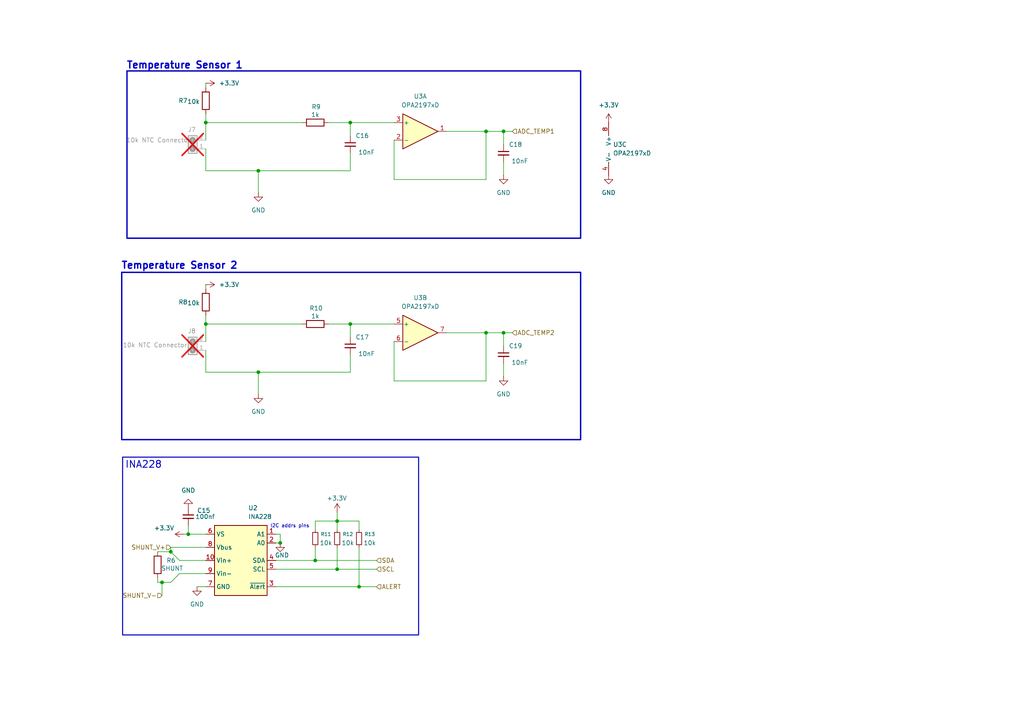
<source format=kicad_sch>
(kicad_sch (version 20250114) (generator "eeschema") (generator_version "9.0")
  (paper "A4")
  (title_block (title "Mini Power Logger") (date "2025-11-06") (rev "V0.1") (company "Mergened") (comment 1 "oesen@mergened.com") (comment 2 "Designed by: Oğuzhan EŞEN"))
  (lib_symbols
    (symbol "691311500102:691311500102" (pin_names (offset 1.016))
      (property "Reference" "J" (at -4.99 -1.205 0))
      (symbol "691311500102_0_0"
        (rectangle (start -3.81 -2.54) (end 1.27 0) (stroke (width 0.254)) (fill (type background)))
        (circle (center -2.54 -1.27) (radius 0.254) (stroke (width 0.635)))
        (polyline (pts (xy -2.54 -1.27) (xy -2.54 -2.54)) (stroke (width 0.254)))
        (polyline (pts (xy 0 -1.27) (xy 0 -2.54)) (stroke (width 0.254)))
        (circle (center 0 -1.27) (radius 0.254) (stroke (width 0.635)))
        (pin passive line (at -2.54 -5.08 90) (length 2.54) (name "~") (number "1"))
        (pin passive line (at 0 -5.08 90) (length 2.54) (name "~") (number "2"))
      )
    )
    (symbol "Amplifier_Operational:OPA2197xD" (pin_names (offset 0.127))
      (property "Reference" "U" (at 2.54 6.35 0))
      (property "Value" "OPA2197xD" (at 2.54 3.81 0))
      (symbol "OPA2197xD_1_1"
        (polyline (pts (xy 5.08 0) (xy -5.08 5.08) (xy -5.08 -5.08) (xy 5.08 0)) (stroke (width 0.254)) (fill (type background)))
        (pin input line (at -7.62 2.54 0) (length 2.54) (name "+") (number "3"))
        (pin input line (at -7.62 -2.54 0) (length 2.54) (name "-") (number "2"))
        (pin output line (at 7.62 0 180) (length 2.54) (name "~") (number "1"))
      )
      (symbol "OPA2197xD_2_1"
        (polyline (pts (xy 5.08 0) (xy -5.08 5.08) (xy -5.08 -5.08) (xy 5.08 0)) (stroke (width 0.254)) (fill (type background)))
        (pin input line (at -7.62 2.54 0) (length 2.54) (name "+") (number "5"))
        (pin input line (at -7.62 -2.54 0) (length 2.54) (name "-") (number "6"))
        (pin output line (at 7.62 0 180) (length 2.54) (name "~") (number "7"))
      )
      (symbol "OPA2197xD_3_1"
        (pin power_in line (at 0 7.62 270) (length 3.81) (name "V+") (number "8"))
        (pin power_in line (at 0 -7.62 90) (length 3.81) (name "V-") (number "4"))
      )
    )
    (symbol "Device:C_Small" (pin_numbers (hide yes)) (pin_names (offset 0.254) (hide yes))
      (property "Reference" "C" (at 0.254 1.778 0))
      (property "Value" "C_Small" (at 0.254 -2.032 0))
      (symbol "C_Small_0_1"
        (polyline (pts (xy -1.524 0.508) (xy 1.524 0.508)) (stroke (width 0.3048)))
        (polyline (pts (xy -1.524 -0.508) (xy 1.524 -0.508)) (stroke (width 0.3302)))
      )
      (symbol "C_Small_1_1"
        (pin passive line (at 0 2.54 270) (length 2.032) (name "~") (number "1"))
        (pin passive line (at 0 -2.54 90) (length 2.032) (name "~") (number "2"))
      )
    )
    (symbol "Device:R" (pin_numbers (hide yes)) (pin_names (offset 0))
      (property "Reference" "R" (at 2.032 0 90))
      (property "Value" "R" (at 0 0 90))
      (symbol "R_0_1"
        (rectangle (start -1.016 -2.54) (end 1.016 2.54) (stroke (width 0.254)))
      )
      (symbol "R_1_1"
        (pin passive line (at 0 3.81 270) (length 1.27) (name "~") (number "1"))
        (pin passive line (at 0 -3.81 90) (length 1.27) (name "~") (number "2"))
      )
    )
    (symbol "Device:R_Small" (pin_numbers (hide yes)) (pin_names (offset 0.254) (hide yes))
      (property "Reference" "R" (at 0 0 90))
      (property "Value" "R_Small" (at 1.778 0 90))
      (symbol "R_Small_0_1"
        (rectangle (start -0.762 1.778) (end 0.762 -1.778) (stroke (width 0.2032)))
      )
      (symbol "R_Small_1_1"
        (pin passive line (at 0 2.54 270) (length 0.762) (name "~") (number "1"))
        (pin passive line (at 0 -2.54 90) (length 0.762) (name "~") (number "2"))
      )
    )
    (symbol "Sensor_Energy:INA228"
      (property "Reference" "U1" (at 2.1433 15.24 0))
      (property "Value" "INA228" (at 2.1433 12.7 0))
      (symbol "INA228_0_1"
        (rectangle (start 7.62 10.16) (end -7.62 -10.16) (stroke (width 0.254)) (fill (type background)))
      )
      (symbol "INA228_1_1"
        (pin power_in line (at -10.16 7.62 0) (length 2.54) (name "VS") (number "6"))
        (pin input line (at -10.16 3.81 0) (length 2.54) (name "Vbus") (number "8"))
        (pin input line (at -10.16 0 0) (length 2.54) (name "Vin+") (number "10"))
        (pin input line (at -10.16 -3.81 0) (length 2.54) (name "Vin-") (number "9"))
        (pin power_in line (at -10.16 -7.62 0) (length 2.54) (name "GND") (number "7"))
        (pin input line (at 10.16 7.62 180) (length 2.54) (name "A1") (number "1"))
        (pin input line (at 10.16 5.08 180) (length 2.54) (name "A0") (number "2"))
        (pin bidirectional line (at 10.16 0 180) (length 2.54) (name "SDA") (number "4"))
        (pin input line (at 10.16 -2.54 180) (length 2.54) (name "SCL") (number "5"))
        (pin open_collector line (at 10.16 -7.62 180) (length 2.54) (name "~{Alert}") (number "3"))
      )
    )
    (symbol "power:+3.3V" (power) (pin_numbers (hide yes)) (pin_names (offset 0) (hide yes))
      (property "Value" "+3.3V" (at 0 3.556 0))
      (symbol "+3.3V_0_1"
        (polyline (pts (xy -0.762 1.27) (xy 0 2.54)))
        (polyline (pts (xy 0 2.54) (xy 0.762 1.27)))
        (polyline (pts (xy 0 0) (xy 0 2.54)))
      )
      (symbol "+3.3V_1_1"
        (pin power_in line (at 0 0 90) (length 0) (name "~") (number "1"))
      )
    )
    (symbol "power:GND" (power) (pin_numbers (hide yes)) (pin_names (offset 0) (hide yes))
      (property "Value" "GND" (at 0 -3.81 0))
      (symbol "GND_0_1"
        (polyline (pts (xy 0 0) (xy 0 -1.27) (xy 1.27 -1.27) (xy 0 -2.54) (xy -1.27 -1.27) (xy 0 -1.27)))
      )
      (symbol "GND_1_1"
        (pin power_in line (at 0 0 270) (length 0) (name "~") (number "1"))
      )
    )
  )
  (rectangle (start 35.306 78.994) (end 168.402 127.508) (stroke (width 0.4)))
  (rectangle (start 36.83 20.574) (end 168.402 69.088) (stroke (width 0.4)))
  (rectangle (start 35.56 132.588) (end 121.412 184.15) (stroke (width 0.3)))
  (text "I2C addrs pins\n" (at 84.074 152.654 0) (effects (font (size 1 1))))
  (text "Temperature Sensor 2\n " (at 52.07 78.74 0) (effects (font (size 2 2) (thickness 0.4) (bold yes))))
  (text "Temperature Sensor 1\n" (at 53.594 19.05 0) (effects (font (size 2 2) (thickness 0.4) (bold yes))))
  (text "INA228" (at 41.656 134.874 0) (effects (font (size 2 2) (thickness 0.254) (bold yes))))
  (junction (at 59.69 93.98))
  (junction (at 74.93 107.95))
  (junction (at 81.28 157.48))
  (junction (at 97.79 165.1))
  (junction (at 59.69 35.56))
  (junction (at 49.53 160.02))
  (junction (at 101.6 35.56))
  (junction (at 97.79 151.13))
  (junction (at 91.44 162.56))
  (junction (at 54.61 154.94))
  (junction (at 101.6 93.98))
  (junction (at 146.05 38.1))
  (junction (at 140.97 96.52))
  (junction (at 74.93 49.53))
  (junction (at 46.99 168.91))
  (junction (at 146.05 96.52))
  (junction (at 140.97 38.1))
  (junction (at 104.14 170.18))
  (wire (pts (xy 104.14 170.18) (xy 80.01 170.18)))
  (wire (pts (xy 59.69 101.6) (xy 59.69 107.95)))
  (wire (pts (xy 101.6 93.98) (xy 101.6 97.79)))
  (wire (pts (xy 59.69 158.75) (xy 49.53 158.75)))
  (wire (pts (xy 104.14 170.18) (xy 109.22 170.18)))
  (wire (pts (xy 97.79 151.13) (xy 104.14 151.13)))
  (wire (pts (xy 146.05 41.91) (xy 146.05 38.1)))
  (wire (pts (xy 57.15 170.18) (xy 59.69 170.18)))
  (wire (pts (xy 59.69 93.98) (xy 59.69 91.44)))
  (wire (pts (xy 52.07 166.37) (xy 59.69 166.37)))
  (wire (pts (xy 91.44 151.13) (xy 97.79 151.13)))
  (wire (pts (xy 114.3 99.06) (xy 114.3 110.49)))
  (wire (pts (xy 114.3 52.07) (xy 140.97 52.07)))
  (wire (pts (xy 101.6 35.56) (xy 114.3 35.56)))
  (wire (pts (xy 80.01 154.94) (xy 81.28 154.94)))
  (wire (pts (xy 52.07 162.56) (xy 49.53 160.02)))
  (wire (pts (xy 104.14 153.67) (xy 104.14 151.13)))
  (wire (pts (xy 46.99 168.91) (xy 49.53 168.91)))
  (wire (pts (xy 45.72 160.02) (xy 49.53 160.02)))
  (wire (pts (xy 95.25 35.56) (xy 101.6 35.56)))
  (wire (pts (xy 114.3 110.49) (xy 140.97 110.49)))
  (wire (pts (xy 74.93 107.95) (xy 101.6 107.95)))
  (wire (pts (xy 91.44 158.75) (xy 91.44 162.56)))
  (wire (pts (xy 46.99 168.91) (xy 45.72 168.91)))
  (wire (pts (xy 59.69 24.13) (xy 59.69 25.4)))
  (wire (pts (xy 146.05 100.33) (xy 146.05 96.52)))
  (wire (pts (xy 91.44 162.56) (xy 109.22 162.56)))
  (wire (pts (xy 45.72 168.91) (xy 45.72 167.64)))
  (wire (pts (xy 74.93 49.53) (xy 74.93 55.88)))
  (wire (pts (xy 97.79 151.13) (xy 97.79 153.67)))
  (wire (pts (xy 59.69 35.56) (xy 87.63 35.56)))
  (wire (pts (xy 74.93 49.53) (xy 101.6 49.53)))
  (wire (pts (xy 101.6 93.98) (xy 114.3 93.98)))
  (wire (pts (xy 114.3 40.64) (xy 114.3 52.07)))
  (wire (pts (xy 49.53 158.75) (xy 49.53 160.02)))
  (wire (pts (xy 101.6 44.45) (xy 101.6 49.53)))
  (wire (pts (xy 140.97 52.07) (xy 140.97 38.1)))
  (wire (pts (xy 140.97 38.1) (xy 146.05 38.1)))
  (wire (pts (xy 59.69 93.98) (xy 87.63 93.98)))
  (wire (pts (xy 59.69 154.94) (xy 54.61 154.94)))
  (wire (pts (xy 81.28 157.48) (xy 81.28 154.94)))
  (wire (pts (xy 59.69 35.56) (xy 59.69 40.64)))
  (wire (pts (xy 101.6 35.56) (xy 101.6 39.37)))
  (wire (pts (xy 101.6 102.87) (xy 101.6 107.95)))
  (wire (pts (xy 97.79 165.1) (xy 80.01 165.1)))
  (wire (pts (xy 59.69 82.55) (xy 59.69 83.82)))
  (wire (pts (xy 91.44 162.56) (xy 80.01 162.56)))
  (wire (pts (xy 59.69 107.95) (xy 74.93 107.95)))
  (wire (pts (xy 53.34 154.94) (xy 54.61 154.94)))
  (wire (pts (xy 52.07 166.37) (xy 49.53 168.91)))
  (wire (pts (xy 52.07 162.56) (xy 59.69 162.56)))
  (wire (pts (xy 97.79 158.75) (xy 97.79 165.1)))
  (wire (pts (xy 59.69 49.53) (xy 74.93 49.53)))
  (wire (pts (xy 46.99 168.91) (xy 46.99 172.72)))
  (wire (pts (xy 104.14 158.75) (xy 104.14 170.18)))
  (wire (pts (xy 146.05 96.52) (xy 148.59 96.52)))
  (wire (pts (xy 146.05 105.41) (xy 146.05 109.22)))
  (wire (pts (xy 80.01 157.48) (xy 81.28 157.48)))
  (wire (pts (xy 97.79 165.1) (xy 109.22 165.1)))
  (wire (pts (xy 59.69 93.98) (xy 59.69 99.06)))
  (wire (pts (xy 97.79 148.59) (xy 97.79 151.13)))
  (wire (pts (xy 59.69 35.56) (xy 59.69 33.02)))
  (wire (pts (xy 146.05 38.1) (xy 148.59 38.1)))
  (wire (pts (xy 140.97 96.52) (xy 129.54 96.52)))
  (wire (pts (xy 59.69 43.18) (xy 59.69 49.53)))
  (wire (pts (xy 95.25 93.98) (xy 101.6 93.98)))
  (wire (pts (xy 140.97 96.52) (xy 146.05 96.52)))
  (wire (pts (xy 74.93 107.95) (xy 74.93 114.3)))
  (wire (pts (xy 146.05 46.99) (xy 146.05 50.8)))
  (wire (pts (xy 54.61 154.94) (xy 54.61 152.4)))
  (wire (pts (xy 140.97 38.1) (xy 129.54 38.1)))
  (wire (pts (xy 91.44 153.67) (xy 91.44 151.13)))
  (wire (pts (xy 140.97 110.49) (xy 140.97 96.52)))
  (hierarchical_label "SHUNT_V+" (shape input) (at 49.53 158.75 180))
  (hierarchical_label "ALERT" (shape input) (at 109.22 170.18 0))
  (hierarchical_label "ADC_TEMP1" (shape input) (at 148.59 38.1 0))
  (hierarchical_label "SCL" (shape input) (at 109.22 165.1 0))
  (hierarchical_label "ADC_TEMP2" (shape input) (at 148.59 96.52 0))
  (hierarchical_label "SHUNT_V-" (shape input) (at 46.99 172.72 180))
  (hierarchical_label "SDA" (shape input) (at 109.22 162.56 0))
  (symbol (lib_id "Device:R") (at 91.44 93.98 90) (unit 1)
    (property "Reference" "R10" (at 91.694 89.408 90))
    (property "Value" "1k" (at 91.44 91.694 90))
    (property "Footprint" "Resistor_SMD:R_0603_1608Metric" (effects (hide yes)))
    (property "Description" "Resistor" (effects (hide yes)))
    (property "OZDISAN" "CRT03F7E1001" (effects (hide yes)))
    (property "özdisan" "CRT03F7E1001" (effects (hide yes)))
  )
  (symbol (lib_id "Amplifier_Operational:OPA2197xD") (at 121.92 96.52 0) (unit 2)
    (property "Reference" "U3" (at 121.92 86.36 0))
    (property "Value" "OPA2197xD" (at 121.92 88.9 0))
    (property "Footprint" "Package_SO:SOIC-8_3.9x4.9mm_P1.27mm" (effects (hide yes)))
    (property "Datasheet" "http://www.ti.com/lit/ds/symlink/opa2197.pdf" (effects (hide yes)))
    (property "Description" "Dual 36V, Precision, Rail-to-Rail Input/Output, Low Offset Voltage, Operational Amplifier, SOIC-8" (effects (hide yes)))
    (property "özdisan" "OPA2197IDR" (effects (hide yes)))
  )
  (symbol (lib_id "power:GND") (at 176.53 50.8 0) (unit 1)
    (property "Reference" "#PWR044" (effects (hide yes)))
    (property "Value" "GND" (at 176.53 55.88 0))
    (property "Description" "Power symbol creates a global label with name \"GND\" , ground" (effects (hide yes)))
  )
  (symbol (lib_id "Device:R") (at 91.44 35.56 90) (unit 1)
    (property "Reference" "R9" (at 91.694 30.988 90))
    (property "Value" "1k" (at 91.44 33.274 90))
    (property "Footprint" "Resistor_SMD:R_0603_1608Metric" (effects (hide yes)))
    (property "Description" "Resistor" (effects (hide yes)))
    (property "OZDISAN" "CRT03F7E1001" (effects (hide yes)))
    (property "özdisan" "CRT03F7E1001" (effects (hide yes)))
  )
  (symbol (lib_id "691311500102:691311500102") (at 54.61 40.64 90) (unit 1) (dnp yes)
    (property "Reference" "J7" (at 55.626 37.592 90))
    (property "Value" "10k NTC Connector" (at 45.974 40.64 90))
    (property "Footprint" "digikey-footprints:PinHeader_1x2_P2.54mm" (effects (hide yes)))
    (property "DigiKey_Part_Number" "732-2058-ND" (effects (hide yes)))
    (property "SnapEDA_Link" "https://www.snapeda.com/parts/691311500102/Wurth+Elektronik/view-part/?ref=snap" (effects (hide yes)))
    (property "Description_1" "Serie 311 - 5,08mm pitch - Monoblock THT - Green - Closed Vertical PCB Header 02p" (effects (hide yes)))
    (property "Package" "None" (effects (hide yes)))
    (property "MOUNT" "THT" (effects (hide yes)))
    (property "IR-VDE" "20A" (effects (hide yes)))
    (property "IR-UL" "20A" (effects (hide yes)))
    (property "VALUE" "691311500102" (effects (hide yes)))
    (property "WORKING-VOLTAGE-UL" "300V (AC)" (effects (hide yes)))
    (property "PART-NUMBER" "691311500102" (effects (hide yes)))
    (property "MF" "Wurth Elektronik" (effects (hide yes)))
    (property "DATASHEET-URL" "https://www.we-online.com/redexpert/spec/691311500102?ae" (effects (hide yes)))
    (property "MP" "691311500102" (effects (hide yes)))
    (property "PITCH" "5.08mm" (effects (hide yes)))
    (property "PINS" "2" (effects (hide yes)))
    (property "WORKING-VOLTAGE-VDE" "300V (AC)" (effects (hide yes)))
    (property "TYPE" "Vertical" (effects (hide yes)))
    (property "Check_prices" "https://www.snapeda.com/parts/691311500102/Wurth+Elektronik/view-part/?ref=eda" (effects (hide yes)))
    (property "robotistan" "https://www.robotistan.com/jstxh-254mm-duz-2pin-konnektor" (effects (hide yes)))
  )
  (symbol (lib_id "power:+3.3V") (at 97.79 148.59 0) (unit 1)
    (property "Reference" "#PWR040" (effects (hide yes)))
    (property "Value" "+3.3V" (at 94.742 144.526 0) (effects (justify left)))
    (property "Description" "Power symbol creates a global label with name \"+3.3V\"" (effects (hide yes)))
  )
  (symbol (lib_id "Amplifier_Operational:OPA2197xD") (at 121.92 38.1 0) (unit 1)
    (property "Reference" "U3" (at 121.92 27.94 0))
    (property "Value" "OPA2197xD" (at 121.92 30.48 0))
    (property "Footprint" "Package_SO:SOIC-8_3.9x4.9mm_P1.27mm" (effects (hide yes)))
    (property "Datasheet" "http://www.ti.com/lit/ds/symlink/opa2197.pdf" (effects (hide yes)))
    (property "Description" "Dual 36V, Precision, Rail-to-Rail Input/Output, Low Offset Voltage, Operational Amplifier, SOIC-8" (effects (hide yes)))
    (property "özdisan" "OPA2197IDR" (effects (hide yes)))
  )
  (symbol (lib_id "power:+3.3V") (at 53.34 154.94 90) (unit 1)
    (property "Reference" "#PWR032" (effects (hide yes)))
    (property "Value" "+3.3V" (at 50.546 153.162 90) (effects (justify left)))
    (property "Description" "Power symbol creates a global label with name \"+3.3V\"" (effects (hide yes)))
  )
  (symbol (lib_id "power:GND") (at 146.05 109.22 0) (unit 1)
    (property "Reference" "#PWR042" (effects (hide yes)))
    (property "Value" "GND" (at 146.05 114.3 0))
    (property "Description" "Power symbol creates a global label with name \"GND\" , ground" (effects (hide yes)))
  )
  (symbol (lib_id "power:GND") (at 81.28 157.48 0) (unit 1)
    (property "Reference" "#PWR039" (effects (hide yes)))
    (property "Value" "GND" (at 81.788 161.036 0))
    (property "Description" "Power symbol creates a global label with name \"GND\" , ground" (effects (hide yes)))
  )
  (symbol (lib_id "power:+3.3V") (at 176.53 35.56 0) (unit 1)
    (property "Reference" "#PWR043" (effects (hide yes)))
    (property "Value" "+3.3V" (at 176.53 30.48 0))
    (property "Description" "Power symbol creates a global label with name \"+3.3V\"" (effects (hide yes)))
  )
  (symbol (lib_id "Device:R_Small") (at 97.79 156.21 0) (unit 1)
    (property "Reference" "R12" (at 99.314 154.94 0) (effects (font (size 1.016 1.016)) (justify left)))
    (property "Value" "10k" (at 99.06 157.48 0) (effects (justify left)))
    (property "Footprint" "Resistor_SMD:R_0603_1608Metric" (effects (hide yes)))
    (property "Description" "Resistor, small symbol" (effects (hide yes)))
    (property "OZDISAN" "RC0603JR-0710KL" (effects (hide yes)))
    (property "özdisan" "RC0603JR-0710KL" (effects (hide yes)))
  )
  (symbol (lib_id "Device:C_Small") (at 101.6 100.33 0) (unit 1)
    (property "Reference" "C17" (at 103.124 97.79 0) (effects (justify left)))
    (property "Value" "10nF" (at 103.886 102.616 0) (effects (justify left)))
    (property "Footprint" "Capacitor_SMD:C_0603_1608Metric" (effects (hide yes)))
    (property "Description" "MLCC (1608) 0603 10nF 50VDC ±10% X7R" (effects (hide yes)))
    (property "OZDISAN" "CL10B103KB8NNNC" (effects (hide yes)))
    (property "özdisan" "CL10B103KB8NNNC" (effects (hide yes)))
  )
  (symbol (lib_id "Device:R_Small") (at 91.44 156.21 0) (unit 1)
    (property "Reference" "R11" (at 92.964 154.94 0) (effects (font (size 1.016 1.016)) (justify left)))
    (property "Value" "10k" (at 92.71 157.48 0) (effects (justify left)))
    (property "Footprint" "Resistor_SMD:R_0603_1608Metric" (effects (hide yes)))
    (property "Description" "Resistor, small symbol" (effects (hide yes)))
    (property "OZDISAN" "RC0603JR-0710KL" (effects (hide yes)))
    (property "özdisan" "RC0603JR-0710KL" (effects (hide yes)))
  )
  (symbol (lib_id "Device:R") (at 59.69 29.21 180) (unit 1)
    (property "Reference" "R7" (at 53.086 29.21 0))
    (property "Value" "10k" (at 56.134 29.464 0))
    (property "Footprint" "Resistor_SMD:R_0603_1608Metric" (effects (hide yes)))
    (property "Description" "Resistor" (effects (hide yes)))
    (property "OZDISAN" "RC0603JR-0710KL" (effects (hide yes)))
    (property "özdisan" "RC0603JR-0710KL" (effects (hide yes)))
  )
  (symbol (lib_id "Amplifier_Operational:OPA2197xD") (at 176.53 43.18 0) (unit 3)
    (property "Reference" "U3" (at 177.8 41.9099 0) (effects (justify left)))
    (property "Value" "OPA2197xD" (at 177.8 44.4499 0) (effects (justify left)))
    (property "Footprint" "Package_SO:SOIC-8_3.9x4.9mm_P1.27mm" (effects (hide yes)))
    (property "Datasheet" "http://www.ti.com/lit/ds/symlink/opa2197.pdf" (effects (hide yes)))
    (property "Description" "Dual 36V, Precision, Rail-to-Rail Input/Output, Low Offset Voltage, Operational Amplifier, SOIC-8" (effects (hide yes)))
    (property "özdisan" "OPA2197IDR" (effects (hide yes)))
  )
  (symbol (lib_id "power:+3.3V") (at 59.69 82.55 270) (unit 1)
    (property "Reference" "#PWR036" (effects (hide yes)))
    (property "Value" "+3.3V" (at 63.5 82.5499 90) (effects (justify left)))
    (property "Description" "Power symbol creates a global label with name \"+3.3V\"" (effects (hide yes)))
  )
  (symbol (lib_id "power:GND") (at 74.93 114.3 0) (unit 1)
    (property "Reference" "#PWR038" (effects (hide yes)))
    (property "Value" "GND" (at 74.93 119.38 0))
    (property "Description" "Power symbol creates a global label with name \"GND\" , ground" (effects (hide yes)))
  )
  (symbol (lib_id "Device:R") (at 59.69 87.63 180) (unit 1)
    (property "Reference" "R8" (at 53.086 87.63 0))
    (property "Value" "10k" (at 56.134 87.884 0))
    (property "Footprint" "Resistor_SMD:R_0603_1608Metric" (effects (hide yes)))
    (property "Description" "Resistor" (effects (hide yes)))
    (property "OZDISAN" "RC0603JR-0710KL" (effects (hide yes)))
    (property "özdisan" "RC0603JR-0710KL" (effects (hide yes)))
  )
  (symbol (lib_id "power:GND") (at 54.61 147.32 180) (unit 1)
    (property "Reference" "#PWR033" (effects (hide yes)))
    (property "Value" "GND" (at 54.61 142.24 0))
    (property "Description" "Power symbol creates a global label with name \"GND\" , ground" (effects (hide yes)))
  )
  (symbol (lib_id "power:+3.3V") (at 59.69 24.13 270) (unit 1)
    (property "Reference" "#PWR035" (effects (hide yes)))
    (property "Value" "+3.3V" (at 63.5 24.1299 90) (effects (justify left)))
    (property "Description" "Power symbol creates a global label with name \"+3.3V\"" (effects (hide yes)))
  )
  (symbol (lib_id "Device:C_Small") (at 54.61 149.86 0) (unit 1)
    (property "Reference" "C15" (at 57.15 148.082 0) (effects (justify left)))
    (property "Value" "100nf" (at 56.642 149.86 0) (effects (justify left)))
    (property "Footprint" "Capacitor_SMD:C_0603_1608Metric" (effects (hide yes)))
    (property "Description" "Unpolarized capacitor, small symbol" (effects (hide yes)))
    (property "OZDISAN" "CC0603KRX7R9BB104" (effects (hide yes)))
    (property "özdisan" "CC0603KRX7R9BB104" (effects (hide yes)))
  )
  (symbol (lib_id "Device:C_Small") (at 146.05 102.87 0) (unit 1)
    (property "Reference" "C19" (at 147.574 100.33 0) (effects (justify left)))
    (property "Value" "10nF" (at 148.336 105.156 0) (effects (justify left)))
    (property "Footprint" "Capacitor_SMD:C_0603_1608Metric" (effects (hide yes)))
    (property "Description" "MLCC (1608) 0603 10nF 50VDC ±10% X7R" (effects (hide yes)))
    (property "OZDISAN" "CL10B103KB8NNNC" (effects (hide yes)))
    (property "özdisan" "CL10B103KB8NNNC" (effects (hide yes)))
  )
  (symbol (lib_id "691311500102:691311500102") (at 54.61 99.06 90) (unit 1) (dnp yes)
    (property "Reference" "J8" (at 55.626 96.012 90))
    (property "Value" "10k NTC Connector" (at 44.958 100.076 90))
    (property "Footprint" "digikey-footprints:PinHeader_1x2_P2.54mm" (effects (hide yes)))
    (property "DigiKey_Part_Number" "732-2058-ND" (effects (hide yes)))
    (property "SnapEDA_Link" "https://www.snapeda.com/parts/691311500102/Wurth+Elektronik/view-part/?ref=snap" (effects (hide yes)))
    (property "Description_1" "Serie 311 - 5,08mm pitch - Monoblock THT - Green - Closed Vertical PCB Header 02p" (effects (hide yes)))
    (property "Package" "None" (effects (hide yes)))
    (property "MOUNT" "THT" (effects (hide yes)))
    (property "IR-VDE" "20A" (effects (hide yes)))
    (property "IR-UL" "20A" (effects (hide yes)))
    (property "VALUE" "691311500102" (effects (hide yes)))
    (property "WORKING-VOLTAGE-UL" "300V (AC)" (effects (hide yes)))
    (property "PART-NUMBER" "691311500102" (effects (hide yes)))
    (property "MF" "Wurth Elektronik" (effects (hide yes)))
    (property "DATASHEET-URL" "https://www.we-online.com/redexpert/spec/691311500102?ae" (effects (hide yes)))
    (property "MP" "691311500102" (effects (hide yes)))
    (property "PITCH" "5.08mm" (effects (hide yes)))
    (property "PINS" "2" (effects (hide yes)))
    (property "WORKING-VOLTAGE-VDE" "300V (AC)" (effects (hide yes)))
    (property "TYPE" "Vertical" (effects (hide yes)))
    (property "Check_prices" "https://www.snapeda.com/parts/691311500102/Wurth+Elektronik/view-part/?ref=eda" (effects (hide yes)))
    (property "robotistan" "https://www.robotistan.com/jstxh-254mm-duz-2pin-konnektor" (effects (hide yes)))
  )
  (symbol (lib_id "power:GND") (at 57.15 170.18 0) (unit 1)
    (property "Reference" "#PWR034" (effects (hide yes)))
    (property "Value" "GND" (at 57.15 175.26 0))
    (property "Description" "Power symbol creates a global label with name \"GND\" , ground" (effects (hide yes)))
  )
  (symbol (lib_id "Device:C_Small") (at 101.6 41.91 0) (unit 1)
    (property "Reference" "C16" (at 103.124 39.37 0) (effects (justify left)))
    (property "Value" "10nF" (at 103.886 44.196 0) (effects (justify left)))
    (property "Footprint" "Capacitor_SMD:C_0603_1608Metric" (effects (hide yes)))
    (property "Description" "MLCC (1608) 0603 10nF 50VDC ±10% X7R" (effects (hide yes)))
    (property "OZDISAN" "CL10B103KB8NNNC" (effects (hide yes)))
    (property "özdisan" "CL10B103KB8NNNC" (effects (hide yes)))
  )
  (symbol (lib_id "power:GND") (at 146.05 50.8 0) (unit 1)
    (property "Reference" "#PWR041" (effects (hide yes)))
    (property "Value" "GND" (at 146.05 55.88 0))
    (property "Description" "Power symbol creates a global label with name \"GND\" , ground" (effects (hide yes)))
  )
  (symbol (lib_id "power:GND") (at 74.93 55.88 0) (unit 1)
    (property "Reference" "#PWR037" (effects (hide yes)))
    (property "Value" "GND" (at 74.93 60.96 0))
    (property "Description" "Power symbol creates a global label with name \"GND\" , ground" (effects (hide yes)))
  )
  (symbol (lib_id "Device:C_Small") (at 146.05 44.45 0) (unit 1)
    (property "Reference" "C18" (at 147.574 41.91 0) (effects (justify left)))
    (property "Value" "10nF" (at 148.336 46.736 0) (effects (justify left)))
    (property "Footprint" "Capacitor_SMD:C_0603_1608Metric" (effects (hide yes)))
    (property "Description" "MLCC (1608) 0603 10nF 50VDC ±10% X7R" (effects (hide yes)))
    (property "OZDISAN" "CL10B103KB8NNNC" (effects (hide yes)))
    (property "özdisan" "CL10B103KB8NNNC" (effects (hide yes)))
  )
  (symbol (lib_id "Device:R") (at 45.72 163.83 0) (unit 1)
    (property "Reference" "R6" (at 48.26 162.5599 0) (effects (justify left)))
    (property "Value" "SHUNT" (at 46.736 164.846 0) (effects (justify left)))
    (property "Footprint" "Resistor_SMD:R_2512_6332Metric_Pad1.40x3.35mm_HandSolder" (effects (hide yes)))
    (property "Description" "Resistor" (effects (hide yes)))
    (property "özdisan" "VMS-R025-1.0-U" (effects (hide yes)))
  )
  (symbol (lib_id "Device:R_Small") (at 104.14 156.21 0) (unit 1)
    (property "Reference" "R13" (at 105.664 154.94 0) (effects (font (size 1.016 1.016)) (justify left)))
    (property "Value" "10k" (at 105.41 157.48 0) (effects (justify left)))
    (property "Footprint" "Resistor_SMD:R_0603_1608Metric" (effects (hide yes)))
    (property "Description" "Resistor, small symbol" (effects (hide yes)))
    (property "OZDISAN" "RC0603JR-0710KL" (effects (hide yes)))
    (property "özdisan" "RC0603JR-0710KL" (effects (hide yes)))
  )
  (symbol (lib_id "Sensor_Energy:INA228") (at 69.85 162.56 0) (unit 1)
    (property "Reference" "U2" (at 71.9933 147.32 0) (effects (justify left)))
    (property "Value" "INA228" (at 71.9933 149.86 0) (effects (justify left)))
    (property "Footprint" "Package_SO:VSSOP-10_3x3mm_P0.5mm" (effects (hide yes)))
    (property "Datasheet" "https://www.ti.com/lit/ds/symlink/ina228.pdf" (effects (hide yes)))
    (property "Description" "High-Side or Low-Side Measurement, Bi-Directional Current and Power Monitor (0-85V) with I2C, SMBus-, and PMBus-Compatible Interface, VSSOP-10" (effects (hide yes)))
    (property "özdisan" "INA228AQDGSRQ1" (effects (hide yes)))
  )
)
</source>
